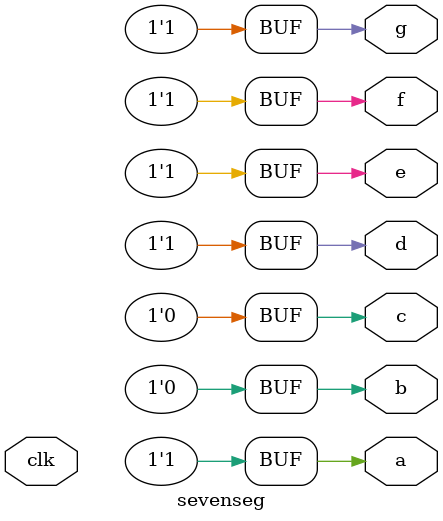
<source format=v>
`timescale 1ns / 1ps


module sevenseg(input wire clk, output reg a, output reg b, output reg c, output reg d,output reg e, output reg f,output reg g 

    );
    initial
    begin
    a=1;
    b=0;
    c=0;
    d=1;
    e=1;
    f=1;
    g=1;
    end
endmodule

</source>
